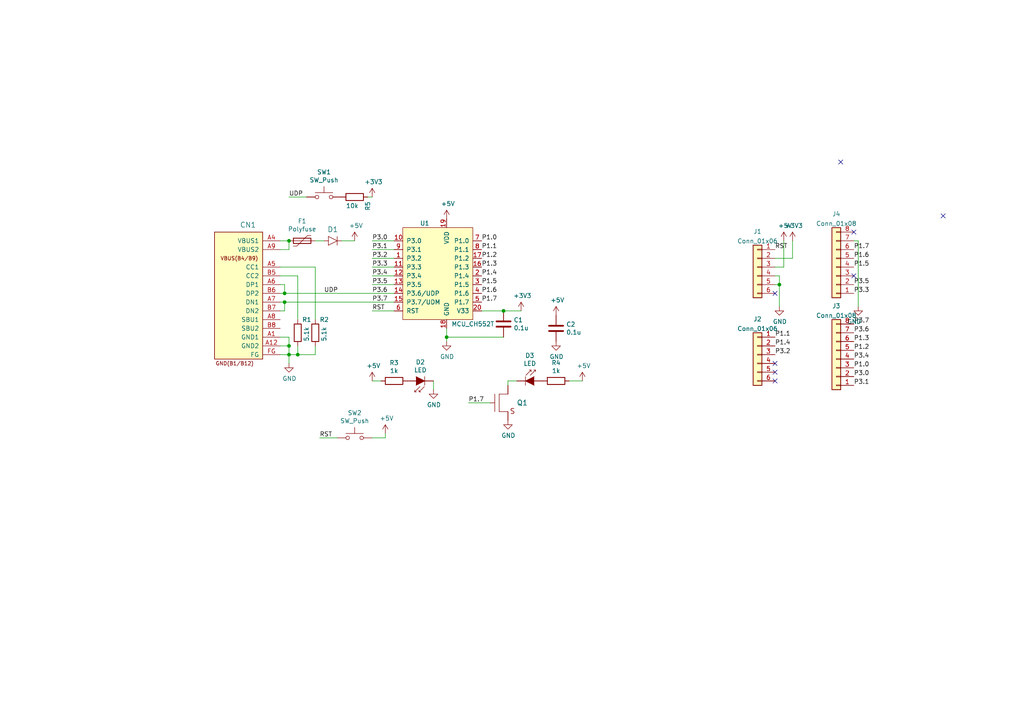
<source format=kicad_sch>
(kicad_sch (version 20211123) (generator eeschema)
  (paper "A4")
  (lib_symbols
    (symbol "Connector_Generic:Conn_01x06" (pin_names (offset 1.016) hide)
      (property "Reference" "J" (at 0 7.62 0))
      (property "Value" "Conn_01x06" (at 0 -10.16 0))
      (symbol "Conn_01x06_1_1"
        (rectangle (start -1.27 -7.493) (end 0 -7.747) (stroke (width 0.1524)))
        (rectangle (start -1.27 -4.953) (end 0 -5.207) (stroke (width 0.1524)))
        (rectangle (start -1.27 -2.413) (end 0 -2.667) (stroke (width 0.1524)))
        (rectangle (start -1.27 0.127) (end 0 -0.127) (stroke (width 0.1524)))
        (rectangle (start -1.27 2.667) (end 0 2.413) (stroke (width 0.1524)))
        (rectangle (start -1.27 5.207) (end 0 4.953) (stroke (width 0.1524)))
        (rectangle (start -1.27 6.35) (end 1.27 -8.89) (stroke (width 0.254)) (fill (type background)))
        (pin passive line (at -5.08 5.08 0) (length 3.81) (name "Pin_1") (number "1"))
        (pin passive line (at -5.08 2.54 0) (length 3.81) (name "Pin_2") (number "2"))
        (pin passive line (at -5.08 0 0) (length 3.81) (name "Pin_3") (number "3"))
        (pin passive line (at -5.08 -2.54 0) (length 3.81) (name "Pin_4") (number "4"))
        (pin passive line (at -5.08 -5.08 0) (length 3.81) (name "Pin_5") (number "5"))
        (pin passive line (at -5.08 -7.62 0) (length 3.81) (name "Pin_6") (number "6"))
      )
    )
    (symbol "Connector_Generic:Conn_01x08" (pin_names (offset 1.016) hide)
      (property "Reference" "J" (at 0 10.16 0))
      (property "Value" "Conn_01x08" (at 0 -12.7 0))
      (symbol "Conn_01x08_1_1"
        (rectangle (start -1.27 -10.033) (end 0 -10.287) (stroke (width 0.1524)))
        (rectangle (start -1.27 -7.493) (end 0 -7.747) (stroke (width 0.1524)))
        (rectangle (start -1.27 -4.953) (end 0 -5.207) (stroke (width 0.1524)))
        (rectangle (start -1.27 -2.413) (end 0 -2.667) (stroke (width 0.1524)))
        (rectangle (start -1.27 0.127) (end 0 -0.127) (stroke (width 0.1524)))
        (rectangle (start -1.27 2.667) (end 0 2.413) (stroke (width 0.1524)))
        (rectangle (start -1.27 5.207) (end 0 4.953) (stroke (width 0.1524)))
        (rectangle (start -1.27 7.747) (end 0 7.493) (stroke (width 0.1524)))
        (rectangle (start -1.27 8.89) (end 1.27 -11.43) (stroke (width 0.254)) (fill (type background)))
        (pin passive line (at -5.08 7.62 0) (length 3.81) (name "Pin_1") (number "1"))
        (pin passive line (at -5.08 5.08 0) (length 3.81) (name "Pin_2") (number "2"))
        (pin passive line (at -5.08 2.54 0) (length 3.81) (name "Pin_3") (number "3"))
        (pin passive line (at -5.08 0 0) (length 3.81) (name "Pin_4") (number "4"))
        (pin passive line (at -5.08 -2.54 0) (length 3.81) (name "Pin_5") (number "5"))
        (pin passive line (at -5.08 -5.08 0) (length 3.81) (name "Pin_6") (number "6"))
        (pin passive line (at -5.08 -7.62 0) (length 3.81) (name "Pin_7") (number "7"))
        (pin passive line (at -5.08 -10.16 0) (length 3.81) (name "Pin_8") (number "8"))
      )
    )
    (symbol "Device:C" (pin_numbers hide) (pin_names (offset 0.254))
      (property "Reference" "C" (at 0.635 2.54 0))
      (property "Value" "C" (at 0.635 -2.54 0))
      (symbol "C_0_1"
        (polyline (pts (xy -2.032 -0.762) (xy 2.032 -0.762)) (stroke (width 0.508)))
        (polyline (pts (xy -2.032 0.762) (xy 2.032 0.762)) (stroke (width 0.508)))
      )
      (symbol "C_1_1"
        (pin passive line (at 0 3.81 270) (length 2.794) (name "~") (number "1"))
        (pin passive line (at 0 -3.81 90) (length 2.794) (name "~") (number "2"))
      )
    )
    (symbol "Device:Polyfuse" (pin_numbers hide) (pin_names (offset 0))
      (property "Reference" "F" (at -2.54 0 90))
      (property "Value" "Polyfuse" (at 2.54 0 90))
      (symbol "Polyfuse_0_1"
        (rectangle (start -0.762 2.54) (end 0.762 -2.54) (stroke (width 0.254)))
        (polyline (pts (xy 0 2.54) (xy 0 -2.54)))
        (polyline (pts (xy -1.524 2.54) (xy -1.524 1.524) (xy 1.524 -1.524) (xy 1.524 -2.54)))
      )
      (symbol "Polyfuse_1_1"
        (pin passive line (at 0 3.81 270) (length 1.27) (name "~") (number "1"))
        (pin passive line (at 0 -3.81 90) (length 1.27) (name "~") (number "2"))
      )
    )
    (symbol "Device:R" (pin_numbers hide) (pin_names (offset 0))
      (property "Reference" "R" (at 2.032 0 90))
      (property "Value" "R" (at 0 0 90))
      (symbol "R_0_1"
        (rectangle (start -1.016 -2.54) (end 1.016 2.54) (stroke (width 0.254)))
      )
      (symbol "R_1_1"
        (pin passive line (at 0 3.81 270) (length 1.27) (name "~") (number "1"))
        (pin passive line (at 0 -3.81 90) (length 1.27) (name "~") (number "2"))
      )
    )
    (symbol "Switch:SW_Push" (pin_numbers hide) (pin_names (offset 1.016) hide)
      (property "Reference" "SW" (at 1.27 2.54 0))
      (property "Value" "SW_Push" (at 0 -1.524 0))
      (symbol "SW_Push_0_1"
        (circle (center -2.032 0) (radius 0.508))
        (polyline (pts (xy 0 1.27) (xy 0 3.048)))
        (polyline (pts (xy 2.54 1.27) (xy -2.54 1.27)))
        (circle (center 2.032 0) (radius 0.508))
        (pin passive line (at -5.08 0 0) (length 2.54) (name "1") (number "1"))
        (pin passive line (at 5.08 0 180) (length 2.54) (name "2") (number "2"))
      )
    )
    (symbol "akita:CON_USB-C-16" (pin_names (offset 1.016))
      (property "Reference" "CN" (at -7.62 20.32 0))
      (symbol "CON_USB-C-16_1_0"
        (text "GND(B1/B12)" (at -5.08 -17.78 0) (effects (font (size 1.0668 1.0668)) (justify left)))
        (text "VBUS(B4/B9)" (at -6.35 12.7 0) (effects (font (size 1.0668 1.0668)) (justify left)))
        (pin bidirectional line (at -12.7 -10.16 0) (length 5.08) (name "GND1") (number "A1"))
        (pin bidirectional line (at -12.7 -12.7 0) (length 5.08) (name "GND2") (number "A12"))
        (pin bidirectional line (at -12.7 17.78 0) (length 5.08) (name "VBUS1") (number "A4"))
        (pin bidirectional line (at -12.7 10.16 0) (length 5.08) (name "CC1") (number "A5"))
        (pin bidirectional line (at -12.7 5.08 0) (length 5.08) (name "DP1") (number "A6"))
        (pin bidirectional line (at -12.7 0 0) (length 5.08) (name "DN1") (number "A7"))
        (pin bidirectional line (at -12.7 -5.08 0) (length 5.08) (name "SBU1") (number "A8"))
        (pin bidirectional line (at -12.7 15.24 0) (length 5.08) (name "VBUS2") (number "A9"))
        (pin bidirectional line (at -12.7 7.62 0) (length 5.08) (name "CC2") (number "B5"))
        (pin bidirectional line (at -12.7 2.54 0) (length 5.08) (name "DP2") (number "B6"))
        (pin bidirectional line (at -12.7 -2.54 0) (length 5.08) (name "DN2") (number "B7"))
        (pin bidirectional line (at -12.7 -7.62 0) (length 5.08) (name "SBU2") (number "B8"))
      )
      (symbol "CON_USB-C-16_1_1"
        (rectangle (start -7.62 20.32) (end 6.35 -16.51) (stroke (width 0.2032)) (fill (type background)))
        (pin power_in line (at -12.7 -15.24 0) (length 5.08) (name "FG") (number "FG"))
      )
    )
    (symbol "akita:DIODE" (pin_names (offset 1.016))
      (property "Reference" "D" (at -2.54 2.54 0))
      (symbol "DIODE_1_0"
        (polyline (pts (xy -2.54 0) (xy -1.27 0)))
        (polyline (pts (xy -1.27 -1.27) (xy 1.27 0)))
        (polyline (pts (xy -1.27 0) (xy -1.27 -1.27)))
        (polyline (pts (xy -1.27 1.27) (xy -1.27 0)))
        (polyline (pts (xy 1.27 0) (xy -1.27 1.27)))
        (polyline (pts (xy 1.27 0) (xy 1.27 -1.27)))
        (polyline (pts (xy 1.27 1.27) (xy 1.27 0)))
        (polyline (pts (xy 2.54 0) (xy 1.27 0)))
        (pin passive line (at -2.54 0 0) (length 0) (name "A") (number "A"))
        (pin passive line (at 2.54 0 180) (length 0) (name "K") (number "K"))
      )
    )
    (symbol "akita:LED" (pin_numbers hide) (pin_names (offset 1.016) hide)
      (property "Reference" "D" (at 0.508 1.778 0))
      (property "Value" "LED" (at -1.016 -2.794 0))
      (symbol "LED_0_1"
        (polyline (pts (xy -2.54 1.27) (xy -2.54 -1.27)) (stroke (width 0.1524)))
        (polyline (pts (xy 0.381 3.175) (xy -0.127 3.175)))
        (polyline (pts (xy -1.143 1.651) (xy 0.381 3.175) (xy 0.381 2.667)))
        (polyline (pts (xy 0 1.27) (xy -2.54 0) (xy 0 -1.27)) (fill (type outline)))
        (polyline (pts (xy -2.413 1.651) (xy -0.889 3.175) (xy -0.889 2.667) (xy -0.889 3.175) (xy -1.397 3.175)))
      )
      (symbol "LED_1_1"
        (pin passive line (at -5.08 0 0) (length 2.54) (name "K") (number "1"))
        (pin passive line (at 2.54 0 180) (length 2.54) (name "A") (number "2"))
      )
    )
    (symbol "akita:MCU_CH552T" (pin_names (offset 1.016))
      (property "Reference" "U" (at 13.97 -2.54 0))
      (property "Value" "MCU_CH552T" (at 10.16 -13.97 0))
      (symbol "MCU_CH552T_0_1"
        (rectangle (start -10.16 13.97) (end 10.16 -12.7) (fill (type background)))
      )
      (symbol "MCU_CH552T_1_1"
        (pin input line (at -12.7 5.08 0) (length 2.54) (name "P3.2") (number "1"))
        (pin input line (at -12.7 10.16 0) (length 2.54) (name "P3.0") (number "10"))
        (pin input line (at -12.7 2.54 0) (length 2.54) (name "P3.3") (number "11"))
        (pin input line (at -12.7 0 0) (length 2.54) (name "P3.4") (number "12"))
        (pin input line (at -12.7 -2.54 0) (length 2.54) (name "P3.5") (number "13"))
        (pin input line (at -12.7 -5.08 0) (length 2.54) (name "P3.6/UDP") (number "14"))
        (pin input line (at -12.7 -7.62 0) (length 2.54) (name "P3.7/UDM") (number "15"))
        (pin input line (at 12.7 2.54 180) (length 2.54) (name "P1.3") (number "16"))
        (pin input line (at 12.7 5.08 180) (length 2.54) (name "P1.2") (number "17"))
        (pin power_in line (at 2.54 -15.24 90) (length 2.54) (name "GND") (number "18"))
        (pin power_in line (at 2.54 16.51 270) (length 2.54) (name "VDD") (number "19"))
        (pin bidirectional line (at 12.7 0 180) (length 2.54) (name "P1.4") (number "2"))
        (pin power_out line (at 12.7 -10.16 180) (length 2.54) (name "V33") (number "20"))
        (pin bidirectional line (at 12.7 -2.54 180) (length 2.54) (name "P1.5") (number "3"))
        (pin bidirectional line (at 12.7 -5.08 180) (length 2.54) (name "P1.6") (number "4"))
        (pin bidirectional line (at 12.7 -7.62 180) (length 2.54) (name "P1.7") (number "5"))
        (pin input line (at -12.7 -10.16 0) (length 2.54) (name "RST") (number "6"))
        (pin input line (at 12.7 10.16 180) (length 2.54) (name "P1.0") (number "7"))
        (pin input line (at 12.7 7.62 180) (length 2.54) (name "P1.1") (number "8"))
        (pin input line (at -12.7 7.62 0) (length 2.54) (name "P3.1") (number "9"))
      )
    )
    (symbol "akita:TR_NMOS_IRLML6344" (pin_names (offset 1.016))
      (property "Reference" "Q" (at 3.048 0.508 0))
      (symbol "TR_NMOS_IRLML6344_1_0"
        (polyline (pts (xy -2.54 0) (xy -1.27 0)))
        (polyline (pts (xy -1.27 2.54) (xy -1.27 -2.54)))
        (polyline (pts (xy 0 -2.54) (xy 2.54 -2.54)))
        (polyline (pts (xy 0 2.54) (xy 0 -2.54)))
        (polyline (pts (xy 2.54 2.54) (xy 0 2.54)))
        (text "S" (at 3.048 -3.302 0) (effects (font (size 1.4986 1.4986)) (justify left bottom)))
        (pin bidirectional line (at -2.54 0 0) (length 0) (name "G") (number "1"))
        (pin bidirectional line (at 2.54 -5.08 90) (length 2.54) (name "S") (number "2"))
        (pin bidirectional line (at 2.54 5.08 270) (length 2.54) (name "D") (number "3"))
      )
    )
    (symbol "power:+3V3" (power) (pin_names (offset 0))
      (property "Value" "+3V3" (at 0 3.556 0))
      (symbol "+3V3_0_1"
        (polyline (pts (xy -0.762 1.27) (xy 0 2.54)))
        (polyline (pts (xy 0 0) (xy 0 2.54)))
        (polyline (pts (xy 0 2.54) (xy 0.762 1.27)))
      )
      (symbol "+3V3_1_1"
        (pin power_in line (at 0 0 90) (length 0) hide (name "+3V3") (number "1"))
      )
    )
    (symbol "power:+5V" (power) (pin_names (offset 0))
      (property "Value" "+5V" (at 0 3.556 0))
      (symbol "+5V_0_1"
        (polyline (pts (xy -0.762 1.27) (xy 0 2.54)))
        (polyline (pts (xy 0 0) (xy 0 2.54)))
        (polyline (pts (xy 0 2.54) (xy 0.762 1.27)))
      )
      (symbol "+5V_1_1"
        (pin power_in line (at 0 0 90) (length 0) hide (name "+5V") (number "1"))
      )
    )
    (symbol "power:GND" (power) (pin_names (offset 0))
      (property "Value" "GND" (at 0 -3.81 0))
      (symbol "GND_0_1"
        (polyline (pts (xy 0 0) (xy 0 -1.27) (xy 1.27 -1.27) (xy 0 -2.54) (xy -1.27 -1.27) (xy 0 -1.27)))
      )
      (symbol "GND_1_1"
        (pin power_in line (at 0 0 270) (length 0) hide (name "GND") (number "1"))
      )
    )
  )
  (junction (at 82.55 85.09))
  (junction (at 226.06 82.55))
  (junction (at 82.55 87.63))
  (junction (at 83.82 100.33))
  (junction (at 146.05 90.17))
  (junction (at 83.82 69.85))
  (junction (at 86.36 102.87))
  (junction (at 129.54 97.79))
  (junction (at 83.82 102.87))
  (no_connect (at 224.79 105.41))
  (no_connect (at 224.79 85.09))
  (no_connect (at 243.84 46.99))
  (no_connect (at 247.65 67.31))
  (no_connect (at 273.5524 62.6207))
  (no_connect (at 224.79 110.49))
  (no_connect (at 247.65 80.01))
  (no_connect (at 224.79 107.95))
  (wire (pts (xy 86.36 102.87) (xy 86.36 100.33)))
  (wire (pts (xy 224.79 82.55) (xy 226.06 82.55)))
  (wire (pts (xy 146.05 97.79) (xy 129.54 97.79)))
  (wire (pts (xy 81.28 85.09) (xy 82.55 85.09)))
  (wire (pts (xy 83.82 100.33) (xy 83.82 102.87)))
  (wire (pts (xy 125.73 113.03) (xy 125.73 110.49)))
  (wire (pts (xy 110.49 110.49) (xy 107.95 110.49)))
  (wire (pts (xy 81.28 72.39) (xy 83.82 72.39)))
  (wire (pts (xy 149.86 110.49) (xy 147.32 110.49)))
  (wire (pts (xy 86.36 80.01) (xy 86.36 92.71)))
  (wire (pts (xy 139.7 90.17) (xy 146.05 90.17)))
  (wire (pts (xy 83.82 102.87) (xy 86.36 102.87)))
  (wire (pts (xy 82.55 85.09) (xy 114.3 85.09)))
  (wire (pts (xy 227.33 77.47) (xy 227.33 69.85)))
  (wire (pts (xy 81.28 90.17) (xy 82.55 90.17)))
  (wire (pts (xy 81.28 97.79) (xy 83.82 97.79)))
  (wire (pts (xy 224.79 77.47) (xy 227.33 77.47)))
  (wire (pts (xy 114.3 74.93) (xy 107.95 74.93)))
  (wire (pts (xy 81.28 77.47) (xy 91.44 77.47)))
  (wire (pts (xy 81.28 102.87) (xy 83.82 102.87)))
  (wire (pts (xy 248.92 69.85) (xy 248.92 88.9)))
  (wire (pts (xy 81.28 100.33) (xy 83.82 100.33)))
  (wire (pts (xy 226.06 80.01) (xy 226.06 82.55)))
  (wire (pts (xy 92.71 127) (xy 97.79 127)))
  (wire (pts (xy 247.65 69.85) (xy 248.92 69.85)))
  (wire (pts (xy 129.54 97.79) (xy 129.54 95.25)))
  (wire (pts (xy 82.55 87.63) (xy 114.3 87.63)))
  (wire (pts (xy 81.28 80.01) (xy 86.36 80.01)))
  (wire (pts (xy 83.82 97.79) (xy 83.82 100.33)))
  (wire (pts (xy 83.82 72.39) (xy 83.82 69.85)))
  (wire (pts (xy 229.87 74.93) (xy 229.87 69.85)))
  (wire (pts (xy 224.79 74.93) (xy 229.87 74.93)))
  (wire (pts (xy 114.3 72.39) (xy 107.95 72.39)))
  (wire (pts (xy 91.44 69.85) (xy 93.98 69.85)))
  (wire (pts (xy 82.55 90.17) (xy 82.55 87.63)))
  (wire (pts (xy 107.95 90.17) (xy 114.3 90.17)))
  (wire (pts (xy 91.44 102.87) (xy 91.44 100.33)))
  (wire (pts (xy 142.24 116.84) (xy 135.89 116.84)))
  (wire (pts (xy 82.55 82.55) (xy 82.55 85.09)))
  (wire (pts (xy 224.79 80.01) (xy 226.06 80.01)))
  (wire (pts (xy 114.3 82.55) (xy 107.95 82.55)))
  (wire (pts (xy 81.28 87.63) (xy 82.55 87.63)))
  (wire (pts (xy 81.28 82.55) (xy 82.55 82.55)))
  (wire (pts (xy 88.9 57.15) (xy 83.82 57.15)))
  (wire (pts (xy 111.76 127) (xy 111.76 125.73)))
  (wire (pts (xy 226.06 82.55) (xy 226.06 88.9)))
  (wire (pts (xy 129.54 99.06) (xy 129.54 97.79)))
  (wire (pts (xy 91.44 77.47) (xy 91.44 92.71)))
  (wire (pts (xy 114.3 69.85) (xy 107.95 69.85)))
  (wire (pts (xy 147.32 110.49) (xy 147.32 111.76)))
  (wire (pts (xy 114.3 80.01) (xy 107.95 80.01)))
  (wire (pts (xy 81.28 69.85) (xy 83.82 69.85)))
  (wire (pts (xy 99.06 69.85) (xy 102.87 69.85)))
  (wire (pts (xy 146.05 90.17) (xy 151.13 90.17)))
  (wire (pts (xy 114.3 77.47) (xy 107.95 77.47)))
  (wire (pts (xy 165.1 110.49) (xy 168.91 110.49)))
  (wire (pts (xy 106.68 57.15) (xy 107.95 57.15)))
  (wire (pts (xy 107.95 127) (xy 111.76 127)))
  (wire (pts (xy 86.36 102.87) (xy 91.44 102.87)))
  (wire (pts (xy 83.82 102.87) (xy 83.82 105.41)))
  (label "RST" (at 224.79 72.39 0))
  (label "P3.3" (at 107.95 77.47 0))
  (label "P1.1" (at 224.79 97.79 0))
  (label "RST" (at 107.95 90.17 0))
  (label "UDP" (at 83.82 57.15 0))
  (label "P3.5" (at 107.95 82.55 0))
  (label "P1.7" (at 247.65 72.39 0))
  (label "P1.7" (at 135.89 116.84 0))
  (label "P1.6" (at 139.7 85.09 0))
  (label "P3.4" (at 107.95 80.01 0))
  (label "P1.5" (at 139.7 82.55 0))
  (label "P3.7" (at 107.95 87.63 0))
  (label "P1.2" (at 247.65 101.6 0))
  (label "P1.3" (at 247.65 99.06 0))
  (label "P3.1" (at 107.95 72.39 0))
  (label "P3.0" (at 247.65 109.22 0))
  (label "P3.2" (at 107.95 74.93 0))
  (label "P1.0" (at 247.65 106.68 0))
  (label "P3.5" (at 247.65 82.55 0))
  (label "P1.2" (at 139.7 74.93 0))
  (label "P3.1" (at 247.65 111.76 0))
  (label "P3.7" (at 247.65 93.98 0))
  (label "RST" (at 92.71 127 0))
  (label "P3.6" (at 107.95 85.09 0))
  (label "UDP" (at 93.98 85.09 0))
  (label "P3.2" (at 224.79 102.87 0))
  (label "P1.3" (at 139.7 77.47 0))
  (label "P3.4" (at 247.65 104.14 0))
  (label "P1.4" (at 139.7 80.01 0))
  (label "P3.3" (at 247.65 85.09 0))
  (label "P3.0" (at 107.95 69.85 0))
  (label "P1.7" (at 139.7 87.63 0))
  (label "P1.1" (at 139.7 72.39 0))
  (label "P1.4" (at 224.79 100.33 0))
  (label "P1.6" (at 247.65 74.93 0))
  (label "P1.0" (at 139.7 69.85 0))
  (label "P1.5" (at 247.65 77.47 0))
  (label "P3.6" (at 247.65 96.52 0))
  (symbol (lib_id "akita:MCU_CH552T") (at 127 80.01 0) (unit 1)
    (property "Reference" "U1" (at 123.19 64.77 0))
    (property "Value" "MCU_CH552T" (at 137.16 93.98 0))
    (property "Footprint" "Package_SO:TSSOP-20_4.4x6.5mm_P0.65mm" (effects hide))
  )
  (symbol (lib_id "power:+5V") (at 129.54 63.5 0) (unit 1)
    (property "Reference" "#PWR05" (effects hide))
    (property "Value" "+5V" (at 129.921 59.1058 0))
  )
  (symbol (lib_id "power:GND") (at 129.54 99.06 0) (unit 1)
    (property "Reference" "#PWR06" (effects hide))
    (property "Value" "GND" (at 129.667 103.4542 0))
  )
  (symbol (lib_id "power:+3V3") (at 151.13 90.17 0) (unit 1)
    (property "Reference" "#PWR07" (effects hide))
    (property "Value" "+3V3" (at 151.511 85.7758 0))
  )
  (symbol (lib_id "akita:CON_USB-C-16") (at 68.58 87.63 0) (mirror y) (unit 1)
    (property "Reference" "CN1" (at 71.9328 65.2272 0) (effects (font (size 1.4986 1.4986))))
    (property "Value" "CON_USB-C-16" (effects hide))
    (property "Footprint" "akita:USB-C_16P_TH" (effects hide))
  )
  (symbol (lib_id "Device:R") (at 86.36 96.52 0) (unit 1)
    (property "Reference" "R1" (at 87.63 92.71 0) (effects (justify left)))
    (property "Value" "5.1k" (at 88.9 99.06 90) (effects (justify left)))
    (property "Footprint" "Resistor_SMD:R_0603_1608Metric" (effects hide))
  )
  (symbol (lib_id "Device:C") (at 146.05 93.98 0) (unit 1)
    (property "Reference" "C1" (at 148.971 92.8116 0) (effects (justify left)))
    (property "Value" "0.1u" (at 148.971 95.123 0) (effects (justify left)))
    (property "Footprint" "Capacitor_SMD:C_0603_1608Metric" (effects hide))
  )
  (symbol (lib_id "Device:R") (at 91.44 96.52 0) (unit 1)
    (property "Reference" "R2" (at 92.71 92.71 0) (effects (justify left)))
    (property "Value" "5.1k" (at 93.98 99.06 90) (effects (justify left)))
    (property "Footprint" "Resistor_SMD:R_0603_1608Metric" (effects hide))
  )
  (symbol (lib_id "power:+5V") (at 102.87 69.85 0) (unit 1)
    (property "Reference" "#PWR02" (effects hide))
    (property "Value" "+5V" (at 103.251 65.4558 0))
  )
  (symbol (lib_id "power:GND") (at 83.82 105.41 0) (unit 1)
    (property "Reference" "#PWR01" (effects hide))
    (property "Value" "GND" (at 83.947 109.8042 0))
  )
  (symbol (lib_id "Device:Polyfuse") (at 87.63 69.85 270) (unit 1)
    (property "Reference" "F1" (at 87.63 64.135 90))
    (property "Value" "Polyfuse" (at 87.63 66.4464 90))
    (property "Footprint" "Resistor_SMD:R_1210_3225Metric" (effects hide))
  )
  (symbol (lib_id "power:GND") (at 161.29 99.06 0) (unit 1)
    (property "Reference" "#PWR09" (effects hide))
    (property "Value" "GND" (at 161.417 103.4542 0))
  )
  (symbol (lib_id "Device:C") (at 161.29 95.25 0) (unit 1)
    (property "Reference" "C2" (at 164.211 94.0816 0) (effects (justify left)))
    (property "Value" "0.1u" (at 164.211 96.393 0) (effects (justify left)))
    (property "Footprint" "Capacitor_SMD:C_0603_1608Metric" (effects hide))
  )
  (symbol (lib_id "power:+5V") (at 161.29 91.44 0) (unit 1)
    (property "Reference" "#PWR08" (effects hide))
    (property "Value" "+5V" (at 161.671 87.0458 0))
  )
  (symbol (lib_id "power:+5V") (at 227.33 69.85 0) (unit 1)
    (property "Reference" "#PWR011" (effects hide))
    (property "Value" "+5V" (at 227.711 65.4558 0))
  )
  (symbol (lib_id "power:GND") (at 226.06 88.9 0) (unit 1)
    (property "Reference" "#PWR012" (effects hide))
    (property "Value" "GND" (at 226.187 93.2942 0))
  )
  (symbol (lib_id "akita:LED") (at 120.65 110.49 180) (unit 1)
    (property "Reference" "D2" (at 121.92 105.029 0))
    (property "Value" "LED" (at 121.92 107.3404 0))
    (property "Footprint" "LED_SMD:LED_0603_1608Metric" (effects hide))
    (property "Datasheet" "http://www.osram-os.com/Graphics/XPic6/00029609_0.pdf/SFh%20460.pdf" (effects hide))
  )
  (symbol (lib_id "power:+5V") (at 107.95 110.49 0) (unit 1)
    (property "Reference" "#PWR03" (effects hide))
    (property "Value" "+5V" (at 108.331 106.0958 0))
  )
  (symbol (lib_id "Device:R") (at 114.3 110.49 270) (unit 1)
    (property "Reference" "R3" (at 114.3 105.2322 90))
    (property "Value" "1k" (at 114.3 107.5436 90))
    (property "Footprint" "Resistor_SMD:R_0603_1608Metric" (effects hide))
  )
  (symbol (lib_id "power:GND") (at 125.73 113.03 0) (unit 1)
    (property "Reference" "#PWR04" (effects hide))
    (property "Value" "GND" (at 125.857 117.4242 0))
  )
  (symbol (lib_id "akita:TR_NMOS_IRLML6344") (at 144.78 116.84 0) (unit 1)
    (property "Reference" "Q1" (at 149.86 116.84 0) (effects (font (size 1.4986 1.4986)) (justify left)))
    (property "Value" "TR_NMOS_IRLML6344" (effects hide))
    (property "Footprint" "Package_TO_SOT_SMD:SOT-23" (effects hide))
  )
  (symbol (lib_id "akita:LED") (at 154.94 110.49 0) (unit 1)
    (property "Reference" "D3" (at 153.67 103.124 0))
    (property "Value" "LED" (at 153.67 105.4354 0))
    (property "Footprint" "LED_SMD:LED_0603_1608Metric" (effects hide))
    (property "Datasheet" "http://www.osram-os.com/Graphics/XPic6/00029609_0.pdf/SFh%20460.pdf" (effects hide))
  )
  (symbol (lib_id "Device:R") (at 161.29 110.49 270) (unit 1)
    (property "Reference" "R4" (at 161.29 105.2322 90))
    (property "Value" "1k" (at 161.29 107.5436 90))
    (property "Footprint" "Resistor_SMD:R_0603_1608Metric" (effects hide))
  )
  (symbol (lib_id "power:GND") (at 147.32 121.92 0) (unit 1)
    (property "Reference" "#PWR0101" (effects hide))
    (property "Value" "GND" (at 147.447 126.3142 0))
  )
  (symbol (lib_id "power:+5V") (at 168.91 110.49 0) (unit 1)
    (property "Reference" "#PWR0102" (effects hide))
    (property "Value" "+5V" (at 169.291 106.0958 0))
  )
  (symbol (lib_id "akita:DIODE") (at 96.52 69.85 0) (unit 1)
    (property "Reference" "D1" (at 96.52 66.548 0) (effects (font (size 1.4986 1.4986))))
    (property "Value" "DIODE" (effects hide))
    (property "Footprint" "akita:D_SOD123FL" (effects hide))
  )
  (symbol (lib_id "Switch:SW_Push") (at 93.98 57.15 0) (unit 1)
    (property "Reference" "SW1" (at 93.98 49.911 0))
    (property "Value" "SW_Push" (at 93.98 52.2224 0))
    (property "Footprint" "Button_Switch_SMD:SW_Push_SPST_NO_Alps_SKRK" (effects hide))
  )
  (symbol (lib_id "Device:R") (at 102.87 57.15 270) (unit 1)
    (property "Reference" "R5" (at 106.68 58.42 0) (effects (justify left)))
    (property "Value" "10k" (at 100.33 59.69 90) (effects (justify left)))
    (property "Footprint" "Resistor_SMD:R_0603_1608Metric" (effects hide))
  )
  (symbol (lib_id "power:+3V3") (at 107.95 57.15 0) (unit 1)
    (property "Reference" "#PWR0103" (effects hide))
    (property "Value" "+3V3" (at 108.331 52.7558 0))
  )
  (symbol (lib_id "Connector_Generic:Conn_01x06") (at 219.71 77.47 0) (mirror y) (unit 1)
    (property "Reference" "J1" (at 219.71 67.1535 0))
    (property "Value" "Conn_01x06" (at 219.71 69.9286 0))
    (property "Footprint" "Connector_PinSocket_2.54mm:PinSocket_1x06_P2.54mm_Vertical" (effects hide))
  )
  (symbol (lib_id "power:GND") (at 248.92 88.9 0) (unit 1)
    (property "Reference" "#PWR0105" (effects hide))
    (property "Value" "GND" (at 247.777 93.2942 0))
  )
  (symbol (lib_id "Connector_Generic:Conn_01x06") (at 219.71 102.87 0) (mirror y) (unit 1)
    (property "Reference" "J2" (at 219.71 92.5535 0))
    (property "Value" "Conn_01x06" (at 219.71 95.3286 0))
    (property "Footprint" "Connector_PinSocket_2.54mm:PinSocket_1x06_P2.54mm_Vertical" (effects hide))
  )
  (symbol (lib_id "Switch:SW_Push") (at 102.87 127 0) (unit 1)
    (property "Reference" "SW2" (at 102.87 119.761 0))
    (property "Value" "SW_Push" (at 102.87 122.0724 0))
    (property "Footprint" "Button_Switch_SMD:SW_Push_SPST_NO_Alps_SKRK" (effects hide))
  )
  (symbol (lib_id "power:+5V") (at 111.76 125.73 0) (unit 1)
    (property "Reference" "#PWR?" (effects hide))
    (property "Value" "+5V" (at 112.141 121.3358 0))
  )
  (symbol (lib_id "Connector_Generic:Conn_01x08") (at 242.57 77.47 180) (unit 1)
    (property "Reference" "J4" (at 242.57 62.0735 0))
    (property "Value" "Conn_01x08" (at 242.57 64.8486 0))
    (property "Footprint" "Connector_PinSocket_2.54mm:PinSocket_1x08_P2.54mm_Vertical" (effects hide))
  )
  (symbol (lib_id "Connector_Generic:Conn_01x08") (at 242.57 104.14 180) (unit 1)
    (property "Reference" "J3" (at 242.57 88.7435 0))
    (property "Value" "Conn_01x08" (at 242.57 91.5186 0))
    (property "Footprint" "Connector_PinSocket_2.54mm:PinSocket_1x08_P2.54mm_Vertical" (effects hide))
  )
  (symbol (lib_id "power:+3V3") (at 229.87 69.85 0) (unit 1)
    (property "Reference" "#PWR0104" (effects hide))
    (property "Value" "+3V3" (at 230.251 65.4558 0))
  )
)
</source>
